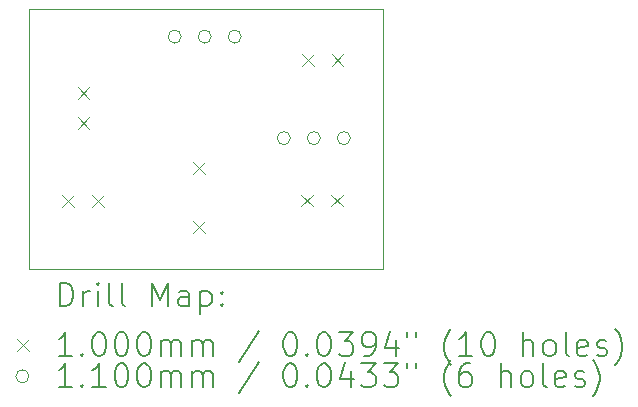
<source format=gbr>
%TF.GenerationSoftware,KiCad,Pcbnew,8.0.6-8.0.6-0~ubuntu24.04.1*%
%TF.CreationDate,2024-10-25T12:09:54+03:00*%
%TF.ProjectId,pss_v2_fan_block,7073735f-7632-45f6-9661-6e5f626c6f63,rev?*%
%TF.SameCoordinates,Original*%
%TF.FileFunction,Drillmap*%
%TF.FilePolarity,Positive*%
%FSLAX45Y45*%
G04 Gerber Fmt 4.5, Leading zero omitted, Abs format (unit mm)*
G04 Created by KiCad (PCBNEW 8.0.6-8.0.6-0~ubuntu24.04.1) date 2024-10-25 12:09:54*
%MOMM*%
%LPD*%
G01*
G04 APERTURE LIST*
%ADD10C,0.050000*%
%ADD11C,0.200000*%
%ADD12C,0.100000*%
%ADD13C,0.110000*%
G04 APERTURE END LIST*
D10*
X5900000Y-7200000D02*
X8900000Y-7200000D01*
X8900000Y-9400000D01*
X5900000Y-9400000D01*
X5900000Y-7200000D01*
D11*
D12*
X6180000Y-8770000D02*
X6280000Y-8870000D01*
X6280000Y-8770000D02*
X6180000Y-8870000D01*
X6310000Y-7860000D02*
X6410000Y-7960000D01*
X6410000Y-7860000D02*
X6310000Y-7960000D01*
X6310000Y-8110000D02*
X6410000Y-8210000D01*
X6410000Y-8110000D02*
X6310000Y-8210000D01*
X6430000Y-8770000D02*
X6530000Y-8870000D01*
X6530000Y-8770000D02*
X6430000Y-8870000D01*
X7290000Y-8490000D02*
X7390000Y-8590000D01*
X7390000Y-8490000D02*
X7290000Y-8590000D01*
X7290000Y-8990000D02*
X7390000Y-9090000D01*
X7390000Y-8990000D02*
X7290000Y-9090000D01*
X8205000Y-8767500D02*
X8305000Y-8867500D01*
X8305000Y-8767500D02*
X8205000Y-8867500D01*
X8210000Y-7580000D02*
X8310000Y-7680000D01*
X8310000Y-7580000D02*
X8210000Y-7680000D01*
X8455000Y-8767500D02*
X8555000Y-8867500D01*
X8555000Y-8767500D02*
X8455000Y-8867500D01*
X8460000Y-7580000D02*
X8560000Y-7680000D01*
X8560000Y-7580000D02*
X8460000Y-7680000D01*
D13*
X7187000Y-7430000D02*
G75*
G02*
X7077000Y-7430000I-55000J0D01*
G01*
X7077000Y-7430000D02*
G75*
G02*
X7187000Y-7430000I55000J0D01*
G01*
X7441000Y-7430000D02*
G75*
G02*
X7331000Y-7430000I-55000J0D01*
G01*
X7331000Y-7430000D02*
G75*
G02*
X7441000Y-7430000I55000J0D01*
G01*
X7695000Y-7430000D02*
G75*
G02*
X7585000Y-7430000I-55000J0D01*
G01*
X7585000Y-7430000D02*
G75*
G02*
X7695000Y-7430000I55000J0D01*
G01*
X8111000Y-8290000D02*
G75*
G02*
X8001000Y-8290000I-55000J0D01*
G01*
X8001000Y-8290000D02*
G75*
G02*
X8111000Y-8290000I55000J0D01*
G01*
X8365000Y-8290000D02*
G75*
G02*
X8255000Y-8290000I-55000J0D01*
G01*
X8255000Y-8290000D02*
G75*
G02*
X8365000Y-8290000I55000J0D01*
G01*
X8619000Y-8290000D02*
G75*
G02*
X8509000Y-8290000I-55000J0D01*
G01*
X8509000Y-8290000D02*
G75*
G02*
X8619000Y-8290000I55000J0D01*
G01*
D11*
X6158277Y-9713984D02*
X6158277Y-9513984D01*
X6158277Y-9513984D02*
X6205896Y-9513984D01*
X6205896Y-9513984D02*
X6234467Y-9523508D01*
X6234467Y-9523508D02*
X6253515Y-9542555D01*
X6253515Y-9542555D02*
X6263039Y-9561603D01*
X6263039Y-9561603D02*
X6272562Y-9599698D01*
X6272562Y-9599698D02*
X6272562Y-9628270D01*
X6272562Y-9628270D02*
X6263039Y-9666365D01*
X6263039Y-9666365D02*
X6253515Y-9685412D01*
X6253515Y-9685412D02*
X6234467Y-9704460D01*
X6234467Y-9704460D02*
X6205896Y-9713984D01*
X6205896Y-9713984D02*
X6158277Y-9713984D01*
X6358277Y-9713984D02*
X6358277Y-9580650D01*
X6358277Y-9618746D02*
X6367801Y-9599698D01*
X6367801Y-9599698D02*
X6377324Y-9590174D01*
X6377324Y-9590174D02*
X6396372Y-9580650D01*
X6396372Y-9580650D02*
X6415420Y-9580650D01*
X6482086Y-9713984D02*
X6482086Y-9580650D01*
X6482086Y-9513984D02*
X6472562Y-9523508D01*
X6472562Y-9523508D02*
X6482086Y-9533031D01*
X6482086Y-9533031D02*
X6491610Y-9523508D01*
X6491610Y-9523508D02*
X6482086Y-9513984D01*
X6482086Y-9513984D02*
X6482086Y-9533031D01*
X6605896Y-9713984D02*
X6586848Y-9704460D01*
X6586848Y-9704460D02*
X6577324Y-9685412D01*
X6577324Y-9685412D02*
X6577324Y-9513984D01*
X6710658Y-9713984D02*
X6691610Y-9704460D01*
X6691610Y-9704460D02*
X6682086Y-9685412D01*
X6682086Y-9685412D02*
X6682086Y-9513984D01*
X6939229Y-9713984D02*
X6939229Y-9513984D01*
X6939229Y-9513984D02*
X7005896Y-9656841D01*
X7005896Y-9656841D02*
X7072562Y-9513984D01*
X7072562Y-9513984D02*
X7072562Y-9713984D01*
X7253515Y-9713984D02*
X7253515Y-9609222D01*
X7253515Y-9609222D02*
X7243991Y-9590174D01*
X7243991Y-9590174D02*
X7224943Y-9580650D01*
X7224943Y-9580650D02*
X7186848Y-9580650D01*
X7186848Y-9580650D02*
X7167801Y-9590174D01*
X7253515Y-9704460D02*
X7234467Y-9713984D01*
X7234467Y-9713984D02*
X7186848Y-9713984D01*
X7186848Y-9713984D02*
X7167801Y-9704460D01*
X7167801Y-9704460D02*
X7158277Y-9685412D01*
X7158277Y-9685412D02*
X7158277Y-9666365D01*
X7158277Y-9666365D02*
X7167801Y-9647317D01*
X7167801Y-9647317D02*
X7186848Y-9637793D01*
X7186848Y-9637793D02*
X7234467Y-9637793D01*
X7234467Y-9637793D02*
X7253515Y-9628270D01*
X7348753Y-9580650D02*
X7348753Y-9780650D01*
X7348753Y-9590174D02*
X7367801Y-9580650D01*
X7367801Y-9580650D02*
X7405896Y-9580650D01*
X7405896Y-9580650D02*
X7424943Y-9590174D01*
X7424943Y-9590174D02*
X7434467Y-9599698D01*
X7434467Y-9599698D02*
X7443991Y-9618746D01*
X7443991Y-9618746D02*
X7443991Y-9675889D01*
X7443991Y-9675889D02*
X7434467Y-9694936D01*
X7434467Y-9694936D02*
X7424943Y-9704460D01*
X7424943Y-9704460D02*
X7405896Y-9713984D01*
X7405896Y-9713984D02*
X7367801Y-9713984D01*
X7367801Y-9713984D02*
X7348753Y-9704460D01*
X7529705Y-9694936D02*
X7539229Y-9704460D01*
X7539229Y-9704460D02*
X7529705Y-9713984D01*
X7529705Y-9713984D02*
X7520182Y-9704460D01*
X7520182Y-9704460D02*
X7529705Y-9694936D01*
X7529705Y-9694936D02*
X7529705Y-9713984D01*
X7529705Y-9590174D02*
X7539229Y-9599698D01*
X7539229Y-9599698D02*
X7529705Y-9609222D01*
X7529705Y-9609222D02*
X7520182Y-9599698D01*
X7520182Y-9599698D02*
X7529705Y-9590174D01*
X7529705Y-9590174D02*
X7529705Y-9609222D01*
D12*
X5797500Y-9992500D02*
X5897500Y-10092500D01*
X5897500Y-9992500D02*
X5797500Y-10092500D01*
D11*
X6263039Y-10133984D02*
X6148753Y-10133984D01*
X6205896Y-10133984D02*
X6205896Y-9933984D01*
X6205896Y-9933984D02*
X6186848Y-9962555D01*
X6186848Y-9962555D02*
X6167801Y-9981603D01*
X6167801Y-9981603D02*
X6148753Y-9991127D01*
X6348753Y-10114936D02*
X6358277Y-10124460D01*
X6358277Y-10124460D02*
X6348753Y-10133984D01*
X6348753Y-10133984D02*
X6339229Y-10124460D01*
X6339229Y-10124460D02*
X6348753Y-10114936D01*
X6348753Y-10114936D02*
X6348753Y-10133984D01*
X6482086Y-9933984D02*
X6501134Y-9933984D01*
X6501134Y-9933984D02*
X6520182Y-9943508D01*
X6520182Y-9943508D02*
X6529705Y-9953031D01*
X6529705Y-9953031D02*
X6539229Y-9972079D01*
X6539229Y-9972079D02*
X6548753Y-10010174D01*
X6548753Y-10010174D02*
X6548753Y-10057793D01*
X6548753Y-10057793D02*
X6539229Y-10095889D01*
X6539229Y-10095889D02*
X6529705Y-10114936D01*
X6529705Y-10114936D02*
X6520182Y-10124460D01*
X6520182Y-10124460D02*
X6501134Y-10133984D01*
X6501134Y-10133984D02*
X6482086Y-10133984D01*
X6482086Y-10133984D02*
X6463039Y-10124460D01*
X6463039Y-10124460D02*
X6453515Y-10114936D01*
X6453515Y-10114936D02*
X6443991Y-10095889D01*
X6443991Y-10095889D02*
X6434467Y-10057793D01*
X6434467Y-10057793D02*
X6434467Y-10010174D01*
X6434467Y-10010174D02*
X6443991Y-9972079D01*
X6443991Y-9972079D02*
X6453515Y-9953031D01*
X6453515Y-9953031D02*
X6463039Y-9943508D01*
X6463039Y-9943508D02*
X6482086Y-9933984D01*
X6672562Y-9933984D02*
X6691610Y-9933984D01*
X6691610Y-9933984D02*
X6710658Y-9943508D01*
X6710658Y-9943508D02*
X6720182Y-9953031D01*
X6720182Y-9953031D02*
X6729705Y-9972079D01*
X6729705Y-9972079D02*
X6739229Y-10010174D01*
X6739229Y-10010174D02*
X6739229Y-10057793D01*
X6739229Y-10057793D02*
X6729705Y-10095889D01*
X6729705Y-10095889D02*
X6720182Y-10114936D01*
X6720182Y-10114936D02*
X6710658Y-10124460D01*
X6710658Y-10124460D02*
X6691610Y-10133984D01*
X6691610Y-10133984D02*
X6672562Y-10133984D01*
X6672562Y-10133984D02*
X6653515Y-10124460D01*
X6653515Y-10124460D02*
X6643991Y-10114936D01*
X6643991Y-10114936D02*
X6634467Y-10095889D01*
X6634467Y-10095889D02*
X6624943Y-10057793D01*
X6624943Y-10057793D02*
X6624943Y-10010174D01*
X6624943Y-10010174D02*
X6634467Y-9972079D01*
X6634467Y-9972079D02*
X6643991Y-9953031D01*
X6643991Y-9953031D02*
X6653515Y-9943508D01*
X6653515Y-9943508D02*
X6672562Y-9933984D01*
X6863039Y-9933984D02*
X6882086Y-9933984D01*
X6882086Y-9933984D02*
X6901134Y-9943508D01*
X6901134Y-9943508D02*
X6910658Y-9953031D01*
X6910658Y-9953031D02*
X6920182Y-9972079D01*
X6920182Y-9972079D02*
X6929705Y-10010174D01*
X6929705Y-10010174D02*
X6929705Y-10057793D01*
X6929705Y-10057793D02*
X6920182Y-10095889D01*
X6920182Y-10095889D02*
X6910658Y-10114936D01*
X6910658Y-10114936D02*
X6901134Y-10124460D01*
X6901134Y-10124460D02*
X6882086Y-10133984D01*
X6882086Y-10133984D02*
X6863039Y-10133984D01*
X6863039Y-10133984D02*
X6843991Y-10124460D01*
X6843991Y-10124460D02*
X6834467Y-10114936D01*
X6834467Y-10114936D02*
X6824943Y-10095889D01*
X6824943Y-10095889D02*
X6815420Y-10057793D01*
X6815420Y-10057793D02*
X6815420Y-10010174D01*
X6815420Y-10010174D02*
X6824943Y-9972079D01*
X6824943Y-9972079D02*
X6834467Y-9953031D01*
X6834467Y-9953031D02*
X6843991Y-9943508D01*
X6843991Y-9943508D02*
X6863039Y-9933984D01*
X7015420Y-10133984D02*
X7015420Y-10000650D01*
X7015420Y-10019698D02*
X7024943Y-10010174D01*
X7024943Y-10010174D02*
X7043991Y-10000650D01*
X7043991Y-10000650D02*
X7072563Y-10000650D01*
X7072563Y-10000650D02*
X7091610Y-10010174D01*
X7091610Y-10010174D02*
X7101134Y-10029222D01*
X7101134Y-10029222D02*
X7101134Y-10133984D01*
X7101134Y-10029222D02*
X7110658Y-10010174D01*
X7110658Y-10010174D02*
X7129705Y-10000650D01*
X7129705Y-10000650D02*
X7158277Y-10000650D01*
X7158277Y-10000650D02*
X7177324Y-10010174D01*
X7177324Y-10010174D02*
X7186848Y-10029222D01*
X7186848Y-10029222D02*
X7186848Y-10133984D01*
X7282086Y-10133984D02*
X7282086Y-10000650D01*
X7282086Y-10019698D02*
X7291610Y-10010174D01*
X7291610Y-10010174D02*
X7310658Y-10000650D01*
X7310658Y-10000650D02*
X7339229Y-10000650D01*
X7339229Y-10000650D02*
X7358277Y-10010174D01*
X7358277Y-10010174D02*
X7367801Y-10029222D01*
X7367801Y-10029222D02*
X7367801Y-10133984D01*
X7367801Y-10029222D02*
X7377324Y-10010174D01*
X7377324Y-10010174D02*
X7396372Y-10000650D01*
X7396372Y-10000650D02*
X7424943Y-10000650D01*
X7424943Y-10000650D02*
X7443991Y-10010174D01*
X7443991Y-10010174D02*
X7453515Y-10029222D01*
X7453515Y-10029222D02*
X7453515Y-10133984D01*
X7843991Y-9924460D02*
X7672563Y-10181603D01*
X8101134Y-9933984D02*
X8120182Y-9933984D01*
X8120182Y-9933984D02*
X8139229Y-9943508D01*
X8139229Y-9943508D02*
X8148753Y-9953031D01*
X8148753Y-9953031D02*
X8158277Y-9972079D01*
X8158277Y-9972079D02*
X8167801Y-10010174D01*
X8167801Y-10010174D02*
X8167801Y-10057793D01*
X8167801Y-10057793D02*
X8158277Y-10095889D01*
X8158277Y-10095889D02*
X8148753Y-10114936D01*
X8148753Y-10114936D02*
X8139229Y-10124460D01*
X8139229Y-10124460D02*
X8120182Y-10133984D01*
X8120182Y-10133984D02*
X8101134Y-10133984D01*
X8101134Y-10133984D02*
X8082086Y-10124460D01*
X8082086Y-10124460D02*
X8072563Y-10114936D01*
X8072563Y-10114936D02*
X8063039Y-10095889D01*
X8063039Y-10095889D02*
X8053515Y-10057793D01*
X8053515Y-10057793D02*
X8053515Y-10010174D01*
X8053515Y-10010174D02*
X8063039Y-9972079D01*
X8063039Y-9972079D02*
X8072563Y-9953031D01*
X8072563Y-9953031D02*
X8082086Y-9943508D01*
X8082086Y-9943508D02*
X8101134Y-9933984D01*
X8253515Y-10114936D02*
X8263039Y-10124460D01*
X8263039Y-10124460D02*
X8253515Y-10133984D01*
X8253515Y-10133984D02*
X8243991Y-10124460D01*
X8243991Y-10124460D02*
X8253515Y-10114936D01*
X8253515Y-10114936D02*
X8253515Y-10133984D01*
X8386848Y-9933984D02*
X8405896Y-9933984D01*
X8405896Y-9933984D02*
X8424944Y-9943508D01*
X8424944Y-9943508D02*
X8434468Y-9953031D01*
X8434468Y-9953031D02*
X8443991Y-9972079D01*
X8443991Y-9972079D02*
X8453515Y-10010174D01*
X8453515Y-10010174D02*
X8453515Y-10057793D01*
X8453515Y-10057793D02*
X8443991Y-10095889D01*
X8443991Y-10095889D02*
X8434468Y-10114936D01*
X8434468Y-10114936D02*
X8424944Y-10124460D01*
X8424944Y-10124460D02*
X8405896Y-10133984D01*
X8405896Y-10133984D02*
X8386848Y-10133984D01*
X8386848Y-10133984D02*
X8367801Y-10124460D01*
X8367801Y-10124460D02*
X8358277Y-10114936D01*
X8358277Y-10114936D02*
X8348753Y-10095889D01*
X8348753Y-10095889D02*
X8339229Y-10057793D01*
X8339229Y-10057793D02*
X8339229Y-10010174D01*
X8339229Y-10010174D02*
X8348753Y-9972079D01*
X8348753Y-9972079D02*
X8358277Y-9953031D01*
X8358277Y-9953031D02*
X8367801Y-9943508D01*
X8367801Y-9943508D02*
X8386848Y-9933984D01*
X8520182Y-9933984D02*
X8643991Y-9933984D01*
X8643991Y-9933984D02*
X8577325Y-10010174D01*
X8577325Y-10010174D02*
X8605896Y-10010174D01*
X8605896Y-10010174D02*
X8624944Y-10019698D01*
X8624944Y-10019698D02*
X8634468Y-10029222D01*
X8634468Y-10029222D02*
X8643991Y-10048270D01*
X8643991Y-10048270D02*
X8643991Y-10095889D01*
X8643991Y-10095889D02*
X8634468Y-10114936D01*
X8634468Y-10114936D02*
X8624944Y-10124460D01*
X8624944Y-10124460D02*
X8605896Y-10133984D01*
X8605896Y-10133984D02*
X8548753Y-10133984D01*
X8548753Y-10133984D02*
X8529706Y-10124460D01*
X8529706Y-10124460D02*
X8520182Y-10114936D01*
X8739229Y-10133984D02*
X8777325Y-10133984D01*
X8777325Y-10133984D02*
X8796372Y-10124460D01*
X8796372Y-10124460D02*
X8805896Y-10114936D01*
X8805896Y-10114936D02*
X8824944Y-10086365D01*
X8824944Y-10086365D02*
X8834468Y-10048270D01*
X8834468Y-10048270D02*
X8834468Y-9972079D01*
X8834468Y-9972079D02*
X8824944Y-9953031D01*
X8824944Y-9953031D02*
X8815420Y-9943508D01*
X8815420Y-9943508D02*
X8796372Y-9933984D01*
X8796372Y-9933984D02*
X8758277Y-9933984D01*
X8758277Y-9933984D02*
X8739229Y-9943508D01*
X8739229Y-9943508D02*
X8729706Y-9953031D01*
X8729706Y-9953031D02*
X8720182Y-9972079D01*
X8720182Y-9972079D02*
X8720182Y-10019698D01*
X8720182Y-10019698D02*
X8729706Y-10038746D01*
X8729706Y-10038746D02*
X8739229Y-10048270D01*
X8739229Y-10048270D02*
X8758277Y-10057793D01*
X8758277Y-10057793D02*
X8796372Y-10057793D01*
X8796372Y-10057793D02*
X8815420Y-10048270D01*
X8815420Y-10048270D02*
X8824944Y-10038746D01*
X8824944Y-10038746D02*
X8834468Y-10019698D01*
X9005896Y-10000650D02*
X9005896Y-10133984D01*
X8958277Y-9924460D02*
X8910658Y-10067317D01*
X8910658Y-10067317D02*
X9034468Y-10067317D01*
X9101134Y-9933984D02*
X9101134Y-9972079D01*
X9177325Y-9933984D02*
X9177325Y-9972079D01*
X9472563Y-10210174D02*
X9463039Y-10200650D01*
X9463039Y-10200650D02*
X9443991Y-10172079D01*
X9443991Y-10172079D02*
X9434468Y-10153031D01*
X9434468Y-10153031D02*
X9424944Y-10124460D01*
X9424944Y-10124460D02*
X9415420Y-10076841D01*
X9415420Y-10076841D02*
X9415420Y-10038746D01*
X9415420Y-10038746D02*
X9424944Y-9991127D01*
X9424944Y-9991127D02*
X9434468Y-9962555D01*
X9434468Y-9962555D02*
X9443991Y-9943508D01*
X9443991Y-9943508D02*
X9463039Y-9914936D01*
X9463039Y-9914936D02*
X9472563Y-9905412D01*
X9653515Y-10133984D02*
X9539230Y-10133984D01*
X9596372Y-10133984D02*
X9596372Y-9933984D01*
X9596372Y-9933984D02*
X9577325Y-9962555D01*
X9577325Y-9962555D02*
X9558277Y-9981603D01*
X9558277Y-9981603D02*
X9539230Y-9991127D01*
X9777325Y-9933984D02*
X9796372Y-9933984D01*
X9796372Y-9933984D02*
X9815420Y-9943508D01*
X9815420Y-9943508D02*
X9824944Y-9953031D01*
X9824944Y-9953031D02*
X9834468Y-9972079D01*
X9834468Y-9972079D02*
X9843991Y-10010174D01*
X9843991Y-10010174D02*
X9843991Y-10057793D01*
X9843991Y-10057793D02*
X9834468Y-10095889D01*
X9834468Y-10095889D02*
X9824944Y-10114936D01*
X9824944Y-10114936D02*
X9815420Y-10124460D01*
X9815420Y-10124460D02*
X9796372Y-10133984D01*
X9796372Y-10133984D02*
X9777325Y-10133984D01*
X9777325Y-10133984D02*
X9758277Y-10124460D01*
X9758277Y-10124460D02*
X9748753Y-10114936D01*
X9748753Y-10114936D02*
X9739230Y-10095889D01*
X9739230Y-10095889D02*
X9729706Y-10057793D01*
X9729706Y-10057793D02*
X9729706Y-10010174D01*
X9729706Y-10010174D02*
X9739230Y-9972079D01*
X9739230Y-9972079D02*
X9748753Y-9953031D01*
X9748753Y-9953031D02*
X9758277Y-9943508D01*
X9758277Y-9943508D02*
X9777325Y-9933984D01*
X10082087Y-10133984D02*
X10082087Y-9933984D01*
X10167801Y-10133984D02*
X10167801Y-10029222D01*
X10167801Y-10029222D02*
X10158277Y-10010174D01*
X10158277Y-10010174D02*
X10139230Y-10000650D01*
X10139230Y-10000650D02*
X10110658Y-10000650D01*
X10110658Y-10000650D02*
X10091611Y-10010174D01*
X10091611Y-10010174D02*
X10082087Y-10019698D01*
X10291611Y-10133984D02*
X10272563Y-10124460D01*
X10272563Y-10124460D02*
X10263039Y-10114936D01*
X10263039Y-10114936D02*
X10253515Y-10095889D01*
X10253515Y-10095889D02*
X10253515Y-10038746D01*
X10253515Y-10038746D02*
X10263039Y-10019698D01*
X10263039Y-10019698D02*
X10272563Y-10010174D01*
X10272563Y-10010174D02*
X10291611Y-10000650D01*
X10291611Y-10000650D02*
X10320182Y-10000650D01*
X10320182Y-10000650D02*
X10339230Y-10010174D01*
X10339230Y-10010174D02*
X10348753Y-10019698D01*
X10348753Y-10019698D02*
X10358277Y-10038746D01*
X10358277Y-10038746D02*
X10358277Y-10095889D01*
X10358277Y-10095889D02*
X10348753Y-10114936D01*
X10348753Y-10114936D02*
X10339230Y-10124460D01*
X10339230Y-10124460D02*
X10320182Y-10133984D01*
X10320182Y-10133984D02*
X10291611Y-10133984D01*
X10472563Y-10133984D02*
X10453515Y-10124460D01*
X10453515Y-10124460D02*
X10443992Y-10105412D01*
X10443992Y-10105412D02*
X10443992Y-9933984D01*
X10624944Y-10124460D02*
X10605896Y-10133984D01*
X10605896Y-10133984D02*
X10567801Y-10133984D01*
X10567801Y-10133984D02*
X10548753Y-10124460D01*
X10548753Y-10124460D02*
X10539230Y-10105412D01*
X10539230Y-10105412D02*
X10539230Y-10029222D01*
X10539230Y-10029222D02*
X10548753Y-10010174D01*
X10548753Y-10010174D02*
X10567801Y-10000650D01*
X10567801Y-10000650D02*
X10605896Y-10000650D01*
X10605896Y-10000650D02*
X10624944Y-10010174D01*
X10624944Y-10010174D02*
X10634468Y-10029222D01*
X10634468Y-10029222D02*
X10634468Y-10048270D01*
X10634468Y-10048270D02*
X10539230Y-10067317D01*
X10710658Y-10124460D02*
X10729706Y-10133984D01*
X10729706Y-10133984D02*
X10767801Y-10133984D01*
X10767801Y-10133984D02*
X10786849Y-10124460D01*
X10786849Y-10124460D02*
X10796373Y-10105412D01*
X10796373Y-10105412D02*
X10796373Y-10095889D01*
X10796373Y-10095889D02*
X10786849Y-10076841D01*
X10786849Y-10076841D02*
X10767801Y-10067317D01*
X10767801Y-10067317D02*
X10739230Y-10067317D01*
X10739230Y-10067317D02*
X10720182Y-10057793D01*
X10720182Y-10057793D02*
X10710658Y-10038746D01*
X10710658Y-10038746D02*
X10710658Y-10029222D01*
X10710658Y-10029222D02*
X10720182Y-10010174D01*
X10720182Y-10010174D02*
X10739230Y-10000650D01*
X10739230Y-10000650D02*
X10767801Y-10000650D01*
X10767801Y-10000650D02*
X10786849Y-10010174D01*
X10863039Y-10210174D02*
X10872563Y-10200650D01*
X10872563Y-10200650D02*
X10891611Y-10172079D01*
X10891611Y-10172079D02*
X10901134Y-10153031D01*
X10901134Y-10153031D02*
X10910658Y-10124460D01*
X10910658Y-10124460D02*
X10920182Y-10076841D01*
X10920182Y-10076841D02*
X10920182Y-10038746D01*
X10920182Y-10038746D02*
X10910658Y-9991127D01*
X10910658Y-9991127D02*
X10901134Y-9962555D01*
X10901134Y-9962555D02*
X10891611Y-9943508D01*
X10891611Y-9943508D02*
X10872563Y-9914936D01*
X10872563Y-9914936D02*
X10863039Y-9905412D01*
D13*
X5897500Y-10306500D02*
G75*
G02*
X5787500Y-10306500I-55000J0D01*
G01*
X5787500Y-10306500D02*
G75*
G02*
X5897500Y-10306500I55000J0D01*
G01*
D11*
X6263039Y-10397984D02*
X6148753Y-10397984D01*
X6205896Y-10397984D02*
X6205896Y-10197984D01*
X6205896Y-10197984D02*
X6186848Y-10226555D01*
X6186848Y-10226555D02*
X6167801Y-10245603D01*
X6167801Y-10245603D02*
X6148753Y-10255127D01*
X6348753Y-10378936D02*
X6358277Y-10388460D01*
X6358277Y-10388460D02*
X6348753Y-10397984D01*
X6348753Y-10397984D02*
X6339229Y-10388460D01*
X6339229Y-10388460D02*
X6348753Y-10378936D01*
X6348753Y-10378936D02*
X6348753Y-10397984D01*
X6548753Y-10397984D02*
X6434467Y-10397984D01*
X6491610Y-10397984D02*
X6491610Y-10197984D01*
X6491610Y-10197984D02*
X6472562Y-10226555D01*
X6472562Y-10226555D02*
X6453515Y-10245603D01*
X6453515Y-10245603D02*
X6434467Y-10255127D01*
X6672562Y-10197984D02*
X6691610Y-10197984D01*
X6691610Y-10197984D02*
X6710658Y-10207508D01*
X6710658Y-10207508D02*
X6720182Y-10217031D01*
X6720182Y-10217031D02*
X6729705Y-10236079D01*
X6729705Y-10236079D02*
X6739229Y-10274174D01*
X6739229Y-10274174D02*
X6739229Y-10321793D01*
X6739229Y-10321793D02*
X6729705Y-10359889D01*
X6729705Y-10359889D02*
X6720182Y-10378936D01*
X6720182Y-10378936D02*
X6710658Y-10388460D01*
X6710658Y-10388460D02*
X6691610Y-10397984D01*
X6691610Y-10397984D02*
X6672562Y-10397984D01*
X6672562Y-10397984D02*
X6653515Y-10388460D01*
X6653515Y-10388460D02*
X6643991Y-10378936D01*
X6643991Y-10378936D02*
X6634467Y-10359889D01*
X6634467Y-10359889D02*
X6624943Y-10321793D01*
X6624943Y-10321793D02*
X6624943Y-10274174D01*
X6624943Y-10274174D02*
X6634467Y-10236079D01*
X6634467Y-10236079D02*
X6643991Y-10217031D01*
X6643991Y-10217031D02*
X6653515Y-10207508D01*
X6653515Y-10207508D02*
X6672562Y-10197984D01*
X6863039Y-10197984D02*
X6882086Y-10197984D01*
X6882086Y-10197984D02*
X6901134Y-10207508D01*
X6901134Y-10207508D02*
X6910658Y-10217031D01*
X6910658Y-10217031D02*
X6920182Y-10236079D01*
X6920182Y-10236079D02*
X6929705Y-10274174D01*
X6929705Y-10274174D02*
X6929705Y-10321793D01*
X6929705Y-10321793D02*
X6920182Y-10359889D01*
X6920182Y-10359889D02*
X6910658Y-10378936D01*
X6910658Y-10378936D02*
X6901134Y-10388460D01*
X6901134Y-10388460D02*
X6882086Y-10397984D01*
X6882086Y-10397984D02*
X6863039Y-10397984D01*
X6863039Y-10397984D02*
X6843991Y-10388460D01*
X6843991Y-10388460D02*
X6834467Y-10378936D01*
X6834467Y-10378936D02*
X6824943Y-10359889D01*
X6824943Y-10359889D02*
X6815420Y-10321793D01*
X6815420Y-10321793D02*
X6815420Y-10274174D01*
X6815420Y-10274174D02*
X6824943Y-10236079D01*
X6824943Y-10236079D02*
X6834467Y-10217031D01*
X6834467Y-10217031D02*
X6843991Y-10207508D01*
X6843991Y-10207508D02*
X6863039Y-10197984D01*
X7015420Y-10397984D02*
X7015420Y-10264650D01*
X7015420Y-10283698D02*
X7024943Y-10274174D01*
X7024943Y-10274174D02*
X7043991Y-10264650D01*
X7043991Y-10264650D02*
X7072563Y-10264650D01*
X7072563Y-10264650D02*
X7091610Y-10274174D01*
X7091610Y-10274174D02*
X7101134Y-10293222D01*
X7101134Y-10293222D02*
X7101134Y-10397984D01*
X7101134Y-10293222D02*
X7110658Y-10274174D01*
X7110658Y-10274174D02*
X7129705Y-10264650D01*
X7129705Y-10264650D02*
X7158277Y-10264650D01*
X7158277Y-10264650D02*
X7177324Y-10274174D01*
X7177324Y-10274174D02*
X7186848Y-10293222D01*
X7186848Y-10293222D02*
X7186848Y-10397984D01*
X7282086Y-10397984D02*
X7282086Y-10264650D01*
X7282086Y-10283698D02*
X7291610Y-10274174D01*
X7291610Y-10274174D02*
X7310658Y-10264650D01*
X7310658Y-10264650D02*
X7339229Y-10264650D01*
X7339229Y-10264650D02*
X7358277Y-10274174D01*
X7358277Y-10274174D02*
X7367801Y-10293222D01*
X7367801Y-10293222D02*
X7367801Y-10397984D01*
X7367801Y-10293222D02*
X7377324Y-10274174D01*
X7377324Y-10274174D02*
X7396372Y-10264650D01*
X7396372Y-10264650D02*
X7424943Y-10264650D01*
X7424943Y-10264650D02*
X7443991Y-10274174D01*
X7443991Y-10274174D02*
X7453515Y-10293222D01*
X7453515Y-10293222D02*
X7453515Y-10397984D01*
X7843991Y-10188460D02*
X7672563Y-10445603D01*
X8101134Y-10197984D02*
X8120182Y-10197984D01*
X8120182Y-10197984D02*
X8139229Y-10207508D01*
X8139229Y-10207508D02*
X8148753Y-10217031D01*
X8148753Y-10217031D02*
X8158277Y-10236079D01*
X8158277Y-10236079D02*
X8167801Y-10274174D01*
X8167801Y-10274174D02*
X8167801Y-10321793D01*
X8167801Y-10321793D02*
X8158277Y-10359889D01*
X8158277Y-10359889D02*
X8148753Y-10378936D01*
X8148753Y-10378936D02*
X8139229Y-10388460D01*
X8139229Y-10388460D02*
X8120182Y-10397984D01*
X8120182Y-10397984D02*
X8101134Y-10397984D01*
X8101134Y-10397984D02*
X8082086Y-10388460D01*
X8082086Y-10388460D02*
X8072563Y-10378936D01*
X8072563Y-10378936D02*
X8063039Y-10359889D01*
X8063039Y-10359889D02*
X8053515Y-10321793D01*
X8053515Y-10321793D02*
X8053515Y-10274174D01*
X8053515Y-10274174D02*
X8063039Y-10236079D01*
X8063039Y-10236079D02*
X8072563Y-10217031D01*
X8072563Y-10217031D02*
X8082086Y-10207508D01*
X8082086Y-10207508D02*
X8101134Y-10197984D01*
X8253515Y-10378936D02*
X8263039Y-10388460D01*
X8263039Y-10388460D02*
X8253515Y-10397984D01*
X8253515Y-10397984D02*
X8243991Y-10388460D01*
X8243991Y-10388460D02*
X8253515Y-10378936D01*
X8253515Y-10378936D02*
X8253515Y-10397984D01*
X8386848Y-10197984D02*
X8405896Y-10197984D01*
X8405896Y-10197984D02*
X8424944Y-10207508D01*
X8424944Y-10207508D02*
X8434468Y-10217031D01*
X8434468Y-10217031D02*
X8443991Y-10236079D01*
X8443991Y-10236079D02*
X8453515Y-10274174D01*
X8453515Y-10274174D02*
X8453515Y-10321793D01*
X8453515Y-10321793D02*
X8443991Y-10359889D01*
X8443991Y-10359889D02*
X8434468Y-10378936D01*
X8434468Y-10378936D02*
X8424944Y-10388460D01*
X8424944Y-10388460D02*
X8405896Y-10397984D01*
X8405896Y-10397984D02*
X8386848Y-10397984D01*
X8386848Y-10397984D02*
X8367801Y-10388460D01*
X8367801Y-10388460D02*
X8358277Y-10378936D01*
X8358277Y-10378936D02*
X8348753Y-10359889D01*
X8348753Y-10359889D02*
X8339229Y-10321793D01*
X8339229Y-10321793D02*
X8339229Y-10274174D01*
X8339229Y-10274174D02*
X8348753Y-10236079D01*
X8348753Y-10236079D02*
X8358277Y-10217031D01*
X8358277Y-10217031D02*
X8367801Y-10207508D01*
X8367801Y-10207508D02*
X8386848Y-10197984D01*
X8624944Y-10264650D02*
X8624944Y-10397984D01*
X8577325Y-10188460D02*
X8529706Y-10331317D01*
X8529706Y-10331317D02*
X8653515Y-10331317D01*
X8710658Y-10197984D02*
X8834468Y-10197984D01*
X8834468Y-10197984D02*
X8767801Y-10274174D01*
X8767801Y-10274174D02*
X8796372Y-10274174D01*
X8796372Y-10274174D02*
X8815420Y-10283698D01*
X8815420Y-10283698D02*
X8824944Y-10293222D01*
X8824944Y-10293222D02*
X8834468Y-10312270D01*
X8834468Y-10312270D02*
X8834468Y-10359889D01*
X8834468Y-10359889D02*
X8824944Y-10378936D01*
X8824944Y-10378936D02*
X8815420Y-10388460D01*
X8815420Y-10388460D02*
X8796372Y-10397984D01*
X8796372Y-10397984D02*
X8739229Y-10397984D01*
X8739229Y-10397984D02*
X8720182Y-10388460D01*
X8720182Y-10388460D02*
X8710658Y-10378936D01*
X8901134Y-10197984D02*
X9024944Y-10197984D01*
X9024944Y-10197984D02*
X8958277Y-10274174D01*
X8958277Y-10274174D02*
X8986849Y-10274174D01*
X8986849Y-10274174D02*
X9005896Y-10283698D01*
X9005896Y-10283698D02*
X9015420Y-10293222D01*
X9015420Y-10293222D02*
X9024944Y-10312270D01*
X9024944Y-10312270D02*
X9024944Y-10359889D01*
X9024944Y-10359889D02*
X9015420Y-10378936D01*
X9015420Y-10378936D02*
X9005896Y-10388460D01*
X9005896Y-10388460D02*
X8986849Y-10397984D01*
X8986849Y-10397984D02*
X8929706Y-10397984D01*
X8929706Y-10397984D02*
X8910658Y-10388460D01*
X8910658Y-10388460D02*
X8901134Y-10378936D01*
X9101134Y-10197984D02*
X9101134Y-10236079D01*
X9177325Y-10197984D02*
X9177325Y-10236079D01*
X9472563Y-10474174D02*
X9463039Y-10464650D01*
X9463039Y-10464650D02*
X9443991Y-10436079D01*
X9443991Y-10436079D02*
X9434468Y-10417031D01*
X9434468Y-10417031D02*
X9424944Y-10388460D01*
X9424944Y-10388460D02*
X9415420Y-10340841D01*
X9415420Y-10340841D02*
X9415420Y-10302746D01*
X9415420Y-10302746D02*
X9424944Y-10255127D01*
X9424944Y-10255127D02*
X9434468Y-10226555D01*
X9434468Y-10226555D02*
X9443991Y-10207508D01*
X9443991Y-10207508D02*
X9463039Y-10178936D01*
X9463039Y-10178936D02*
X9472563Y-10169412D01*
X9634468Y-10197984D02*
X9596372Y-10197984D01*
X9596372Y-10197984D02*
X9577325Y-10207508D01*
X9577325Y-10207508D02*
X9567801Y-10217031D01*
X9567801Y-10217031D02*
X9548753Y-10245603D01*
X9548753Y-10245603D02*
X9539230Y-10283698D01*
X9539230Y-10283698D02*
X9539230Y-10359889D01*
X9539230Y-10359889D02*
X9548753Y-10378936D01*
X9548753Y-10378936D02*
X9558277Y-10388460D01*
X9558277Y-10388460D02*
X9577325Y-10397984D01*
X9577325Y-10397984D02*
X9615420Y-10397984D01*
X9615420Y-10397984D02*
X9634468Y-10388460D01*
X9634468Y-10388460D02*
X9643991Y-10378936D01*
X9643991Y-10378936D02*
X9653515Y-10359889D01*
X9653515Y-10359889D02*
X9653515Y-10312270D01*
X9653515Y-10312270D02*
X9643991Y-10293222D01*
X9643991Y-10293222D02*
X9634468Y-10283698D01*
X9634468Y-10283698D02*
X9615420Y-10274174D01*
X9615420Y-10274174D02*
X9577325Y-10274174D01*
X9577325Y-10274174D02*
X9558277Y-10283698D01*
X9558277Y-10283698D02*
X9548753Y-10293222D01*
X9548753Y-10293222D02*
X9539230Y-10312270D01*
X9891611Y-10397984D02*
X9891611Y-10197984D01*
X9977325Y-10397984D02*
X9977325Y-10293222D01*
X9977325Y-10293222D02*
X9967801Y-10274174D01*
X9967801Y-10274174D02*
X9948753Y-10264650D01*
X9948753Y-10264650D02*
X9920182Y-10264650D01*
X9920182Y-10264650D02*
X9901134Y-10274174D01*
X9901134Y-10274174D02*
X9891611Y-10283698D01*
X10101134Y-10397984D02*
X10082087Y-10388460D01*
X10082087Y-10388460D02*
X10072563Y-10378936D01*
X10072563Y-10378936D02*
X10063039Y-10359889D01*
X10063039Y-10359889D02*
X10063039Y-10302746D01*
X10063039Y-10302746D02*
X10072563Y-10283698D01*
X10072563Y-10283698D02*
X10082087Y-10274174D01*
X10082087Y-10274174D02*
X10101134Y-10264650D01*
X10101134Y-10264650D02*
X10129706Y-10264650D01*
X10129706Y-10264650D02*
X10148753Y-10274174D01*
X10148753Y-10274174D02*
X10158277Y-10283698D01*
X10158277Y-10283698D02*
X10167801Y-10302746D01*
X10167801Y-10302746D02*
X10167801Y-10359889D01*
X10167801Y-10359889D02*
X10158277Y-10378936D01*
X10158277Y-10378936D02*
X10148753Y-10388460D01*
X10148753Y-10388460D02*
X10129706Y-10397984D01*
X10129706Y-10397984D02*
X10101134Y-10397984D01*
X10282087Y-10397984D02*
X10263039Y-10388460D01*
X10263039Y-10388460D02*
X10253515Y-10369412D01*
X10253515Y-10369412D02*
X10253515Y-10197984D01*
X10434468Y-10388460D02*
X10415420Y-10397984D01*
X10415420Y-10397984D02*
X10377325Y-10397984D01*
X10377325Y-10397984D02*
X10358277Y-10388460D01*
X10358277Y-10388460D02*
X10348753Y-10369412D01*
X10348753Y-10369412D02*
X10348753Y-10293222D01*
X10348753Y-10293222D02*
X10358277Y-10274174D01*
X10358277Y-10274174D02*
X10377325Y-10264650D01*
X10377325Y-10264650D02*
X10415420Y-10264650D01*
X10415420Y-10264650D02*
X10434468Y-10274174D01*
X10434468Y-10274174D02*
X10443992Y-10293222D01*
X10443992Y-10293222D02*
X10443992Y-10312270D01*
X10443992Y-10312270D02*
X10348753Y-10331317D01*
X10520182Y-10388460D02*
X10539230Y-10397984D01*
X10539230Y-10397984D02*
X10577325Y-10397984D01*
X10577325Y-10397984D02*
X10596373Y-10388460D01*
X10596373Y-10388460D02*
X10605896Y-10369412D01*
X10605896Y-10369412D02*
X10605896Y-10359889D01*
X10605896Y-10359889D02*
X10596373Y-10340841D01*
X10596373Y-10340841D02*
X10577325Y-10331317D01*
X10577325Y-10331317D02*
X10548753Y-10331317D01*
X10548753Y-10331317D02*
X10529706Y-10321793D01*
X10529706Y-10321793D02*
X10520182Y-10302746D01*
X10520182Y-10302746D02*
X10520182Y-10293222D01*
X10520182Y-10293222D02*
X10529706Y-10274174D01*
X10529706Y-10274174D02*
X10548753Y-10264650D01*
X10548753Y-10264650D02*
X10577325Y-10264650D01*
X10577325Y-10264650D02*
X10596373Y-10274174D01*
X10672563Y-10474174D02*
X10682087Y-10464650D01*
X10682087Y-10464650D02*
X10701134Y-10436079D01*
X10701134Y-10436079D02*
X10710658Y-10417031D01*
X10710658Y-10417031D02*
X10720182Y-10388460D01*
X10720182Y-10388460D02*
X10729706Y-10340841D01*
X10729706Y-10340841D02*
X10729706Y-10302746D01*
X10729706Y-10302746D02*
X10720182Y-10255127D01*
X10720182Y-10255127D02*
X10710658Y-10226555D01*
X10710658Y-10226555D02*
X10701134Y-10207508D01*
X10701134Y-10207508D02*
X10682087Y-10178936D01*
X10682087Y-10178936D02*
X10672563Y-10169412D01*
M02*

</source>
